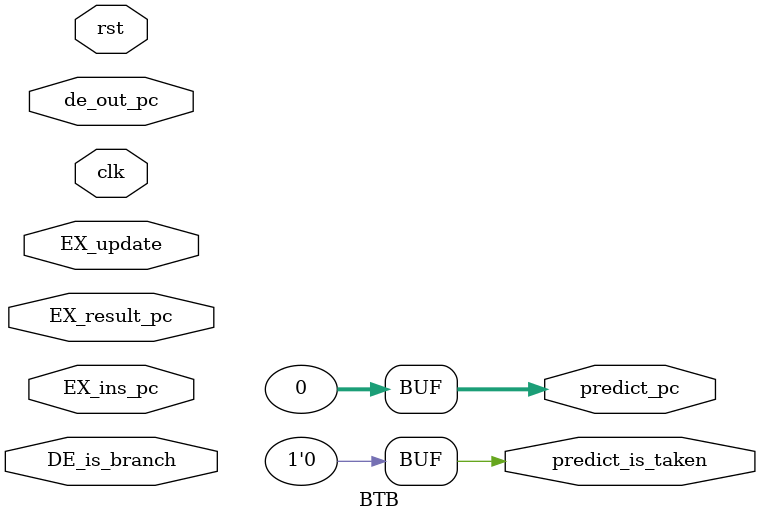
<source format=v>
`include "HeadFile.vh"


module BTB(
    input clk,
    input rst,
    input DE_is_branch, 
    input [31:0] de_out_pc, 
    input EX_update, 
    input [31:0] EX_ins_pc, 
    input [31:0] EX_result_pc,
    output reg predict_is_taken,
    output reg [31:0] predict_pc
    );
    
    initial begin
        predict_is_taken <= 0;
        predict_pc <= 0;
    end
    
    
endmodule

</source>
